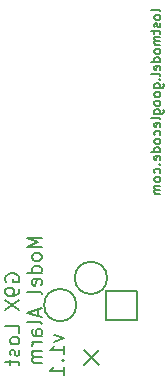
<source format=gbo>
G04 (created by PCBNEW (2013-07-24 BZR 4024)-stable) date Sat 29 Nov 2014 11:35:43 AM NZDT*
%MOIN*%
G04 Gerber Fmt 3.4, Leading zero omitted, Abs format*
%FSLAX34Y34*%
G01*
G70*
G90*
G04 APERTURE LIST*
%ADD10C,0.00590551*%
%ADD11C,0.00787402*%
G04 APERTURE END LIST*
G54D10*
X26531Y-29850D02*
X27027Y-29354D01*
X26531Y-29338D02*
X27035Y-29842D01*
X26282Y-27846D02*
G75*
G03X26282Y-27846I-538J0D01*
G74*
G01*
X27306Y-26940D02*
G75*
G03X27306Y-26940I-538J0D01*
G74*
G01*
X27287Y-27354D02*
X27279Y-27354D01*
X27287Y-28350D02*
X27287Y-27354D01*
X28295Y-28350D02*
X27287Y-28350D01*
X28295Y-27362D02*
X28295Y-28350D01*
X27279Y-27362D02*
X28295Y-27362D01*
X29084Y-18060D02*
X29069Y-18030D01*
X29039Y-18015D01*
X28769Y-18015D01*
X29084Y-18225D02*
X29069Y-18195D01*
X29054Y-18180D01*
X29024Y-18165D01*
X28934Y-18165D01*
X28904Y-18180D01*
X28889Y-18195D01*
X28874Y-18225D01*
X28874Y-18270D01*
X28889Y-18300D01*
X28904Y-18315D01*
X28934Y-18330D01*
X29024Y-18330D01*
X29054Y-18315D01*
X29069Y-18300D01*
X29084Y-18270D01*
X29084Y-18225D01*
X29069Y-18450D02*
X29084Y-18480D01*
X29084Y-18540D01*
X29069Y-18570D01*
X29039Y-18585D01*
X29024Y-18585D01*
X28994Y-18570D01*
X28979Y-18540D01*
X28979Y-18495D01*
X28964Y-18465D01*
X28934Y-18450D01*
X28919Y-18450D01*
X28889Y-18465D01*
X28874Y-18495D01*
X28874Y-18540D01*
X28889Y-18570D01*
X28874Y-18675D02*
X28874Y-18795D01*
X28769Y-18720D02*
X29039Y-18720D01*
X29069Y-18735D01*
X29084Y-18765D01*
X29084Y-18795D01*
X29084Y-18900D02*
X28874Y-18900D01*
X28904Y-18900D02*
X28889Y-18915D01*
X28874Y-18945D01*
X28874Y-18990D01*
X28889Y-19020D01*
X28919Y-19035D01*
X29084Y-19035D01*
X28919Y-19035D02*
X28889Y-19050D01*
X28874Y-19080D01*
X28874Y-19125D01*
X28889Y-19155D01*
X28919Y-19170D01*
X29084Y-19170D01*
X29084Y-19365D02*
X29069Y-19335D01*
X29054Y-19320D01*
X29024Y-19305D01*
X28934Y-19305D01*
X28904Y-19320D01*
X28889Y-19335D01*
X28874Y-19365D01*
X28874Y-19410D01*
X28889Y-19440D01*
X28904Y-19455D01*
X28934Y-19470D01*
X29024Y-19470D01*
X29054Y-19455D01*
X29069Y-19440D01*
X29084Y-19410D01*
X29084Y-19365D01*
X29084Y-19739D02*
X28769Y-19739D01*
X29069Y-19739D02*
X29084Y-19709D01*
X29084Y-19649D01*
X29069Y-19619D01*
X29054Y-19604D01*
X29024Y-19589D01*
X28934Y-19589D01*
X28904Y-19604D01*
X28889Y-19619D01*
X28874Y-19649D01*
X28874Y-19709D01*
X28889Y-19739D01*
X29069Y-20009D02*
X29084Y-19979D01*
X29084Y-19919D01*
X29069Y-19889D01*
X29039Y-19874D01*
X28919Y-19874D01*
X28889Y-19889D01*
X28874Y-19919D01*
X28874Y-19979D01*
X28889Y-20009D01*
X28919Y-20024D01*
X28949Y-20024D01*
X28979Y-19874D01*
X29084Y-20204D02*
X29069Y-20174D01*
X29039Y-20159D01*
X28769Y-20159D01*
X29054Y-20324D02*
X29069Y-20339D01*
X29084Y-20324D01*
X29069Y-20309D01*
X29054Y-20324D01*
X29084Y-20324D01*
X28874Y-20609D02*
X29129Y-20609D01*
X29159Y-20594D01*
X29174Y-20579D01*
X29189Y-20549D01*
X29189Y-20504D01*
X29174Y-20474D01*
X29069Y-20609D02*
X29084Y-20579D01*
X29084Y-20519D01*
X29069Y-20489D01*
X29054Y-20474D01*
X29024Y-20459D01*
X28934Y-20459D01*
X28904Y-20474D01*
X28889Y-20489D01*
X28874Y-20519D01*
X28874Y-20579D01*
X28889Y-20609D01*
X29084Y-20804D02*
X29069Y-20774D01*
X29054Y-20759D01*
X29024Y-20744D01*
X28934Y-20744D01*
X28904Y-20759D01*
X28889Y-20774D01*
X28874Y-20804D01*
X28874Y-20849D01*
X28889Y-20879D01*
X28904Y-20894D01*
X28934Y-20909D01*
X29024Y-20909D01*
X29054Y-20894D01*
X29069Y-20879D01*
X29084Y-20849D01*
X29084Y-20804D01*
X29084Y-21089D02*
X29069Y-21059D01*
X29054Y-21044D01*
X29024Y-21029D01*
X28934Y-21029D01*
X28904Y-21044D01*
X28889Y-21059D01*
X28874Y-21089D01*
X28874Y-21134D01*
X28889Y-21164D01*
X28904Y-21179D01*
X28934Y-21194D01*
X29024Y-21194D01*
X29054Y-21179D01*
X29069Y-21164D01*
X29084Y-21134D01*
X29084Y-21089D01*
X28874Y-21464D02*
X29129Y-21464D01*
X29159Y-21449D01*
X29174Y-21434D01*
X29189Y-21404D01*
X29189Y-21359D01*
X29174Y-21329D01*
X29069Y-21464D02*
X29084Y-21434D01*
X29084Y-21374D01*
X29069Y-21344D01*
X29054Y-21329D01*
X29024Y-21314D01*
X28934Y-21314D01*
X28904Y-21329D01*
X28889Y-21344D01*
X28874Y-21374D01*
X28874Y-21434D01*
X28889Y-21464D01*
X29084Y-21659D02*
X29069Y-21629D01*
X29039Y-21614D01*
X28769Y-21614D01*
X29069Y-21899D02*
X29084Y-21869D01*
X29084Y-21809D01*
X29069Y-21779D01*
X29039Y-21764D01*
X28919Y-21764D01*
X28889Y-21779D01*
X28874Y-21809D01*
X28874Y-21869D01*
X28889Y-21899D01*
X28919Y-21914D01*
X28949Y-21914D01*
X28979Y-21764D01*
X29069Y-22184D02*
X29084Y-22154D01*
X29084Y-22094D01*
X29069Y-22064D01*
X29054Y-22049D01*
X29024Y-22034D01*
X28934Y-22034D01*
X28904Y-22049D01*
X28889Y-22064D01*
X28874Y-22094D01*
X28874Y-22154D01*
X28889Y-22184D01*
X29084Y-22364D02*
X29069Y-22334D01*
X29054Y-22319D01*
X29024Y-22304D01*
X28934Y-22304D01*
X28904Y-22319D01*
X28889Y-22334D01*
X28874Y-22364D01*
X28874Y-22409D01*
X28889Y-22439D01*
X28904Y-22454D01*
X28934Y-22469D01*
X29024Y-22469D01*
X29054Y-22454D01*
X29069Y-22439D01*
X29084Y-22409D01*
X29084Y-22364D01*
X29084Y-22739D02*
X28769Y-22739D01*
X29069Y-22739D02*
X29084Y-22709D01*
X29084Y-22649D01*
X29069Y-22619D01*
X29054Y-22604D01*
X29024Y-22589D01*
X28934Y-22589D01*
X28904Y-22604D01*
X28889Y-22619D01*
X28874Y-22649D01*
X28874Y-22709D01*
X28889Y-22739D01*
X29069Y-23009D02*
X29084Y-22979D01*
X29084Y-22919D01*
X29069Y-22889D01*
X29039Y-22874D01*
X28919Y-22874D01*
X28889Y-22889D01*
X28874Y-22919D01*
X28874Y-22979D01*
X28889Y-23009D01*
X28919Y-23024D01*
X28949Y-23024D01*
X28979Y-22874D01*
X29054Y-23159D02*
X29069Y-23174D01*
X29084Y-23159D01*
X29069Y-23144D01*
X29054Y-23159D01*
X29084Y-23159D01*
X29069Y-23444D02*
X29084Y-23414D01*
X29084Y-23354D01*
X29069Y-23324D01*
X29054Y-23309D01*
X29024Y-23294D01*
X28934Y-23294D01*
X28904Y-23309D01*
X28889Y-23324D01*
X28874Y-23354D01*
X28874Y-23414D01*
X28889Y-23444D01*
X29084Y-23624D02*
X29069Y-23594D01*
X29054Y-23579D01*
X29024Y-23564D01*
X28934Y-23564D01*
X28904Y-23579D01*
X28889Y-23594D01*
X28874Y-23624D01*
X28874Y-23669D01*
X28889Y-23699D01*
X28904Y-23714D01*
X28934Y-23729D01*
X29024Y-23729D01*
X29054Y-23714D01*
X29069Y-23699D01*
X29084Y-23669D01*
X29084Y-23624D01*
X29084Y-23864D02*
X28874Y-23864D01*
X28904Y-23864D02*
X28889Y-23879D01*
X28874Y-23909D01*
X28874Y-23954D01*
X28889Y-23984D01*
X28919Y-23999D01*
X29084Y-23999D01*
X28919Y-23999D02*
X28889Y-24014D01*
X28874Y-24044D01*
X28874Y-24089D01*
X28889Y-24119D01*
X28919Y-24134D01*
X29084Y-24134D01*
G54D11*
X23934Y-27061D02*
X23911Y-27016D01*
X23911Y-26948D01*
X23934Y-26881D01*
X23979Y-26836D01*
X24024Y-26813D01*
X24114Y-26791D01*
X24181Y-26791D01*
X24271Y-26813D01*
X24316Y-26836D01*
X24361Y-26881D01*
X24384Y-26948D01*
X24384Y-26993D01*
X24361Y-27061D01*
X24339Y-27083D01*
X24181Y-27083D01*
X24181Y-26993D01*
X24384Y-27308D02*
X24384Y-27398D01*
X24361Y-27443D01*
X24339Y-27466D01*
X24271Y-27511D01*
X24181Y-27533D01*
X24001Y-27533D01*
X23956Y-27511D01*
X23934Y-27488D01*
X23911Y-27443D01*
X23911Y-27353D01*
X23934Y-27308D01*
X23956Y-27286D01*
X24001Y-27263D01*
X24114Y-27263D01*
X24159Y-27286D01*
X24181Y-27308D01*
X24204Y-27353D01*
X24204Y-27443D01*
X24181Y-27488D01*
X24159Y-27511D01*
X24114Y-27533D01*
X23911Y-27691D02*
X24384Y-28006D01*
X23911Y-28006D02*
X24384Y-27691D01*
X24384Y-28771D02*
X24384Y-28546D01*
X23911Y-28546D01*
X24384Y-28996D02*
X24361Y-28951D01*
X24339Y-28928D01*
X24294Y-28906D01*
X24159Y-28906D01*
X24114Y-28928D01*
X24091Y-28951D01*
X24069Y-28996D01*
X24069Y-29063D01*
X24091Y-29108D01*
X24114Y-29131D01*
X24159Y-29153D01*
X24294Y-29153D01*
X24339Y-29131D01*
X24361Y-29108D01*
X24384Y-29063D01*
X24384Y-28996D01*
X24361Y-29333D02*
X24384Y-29378D01*
X24384Y-29468D01*
X24361Y-29513D01*
X24316Y-29535D01*
X24294Y-29535D01*
X24249Y-29513D01*
X24226Y-29468D01*
X24226Y-29401D01*
X24204Y-29356D01*
X24159Y-29333D01*
X24136Y-29333D01*
X24091Y-29356D01*
X24069Y-29401D01*
X24069Y-29468D01*
X24091Y-29513D01*
X24069Y-29670D02*
X24069Y-29850D01*
X23911Y-29738D02*
X24316Y-29738D01*
X24361Y-29760D01*
X24384Y-29805D01*
X24384Y-29850D01*
X25124Y-25598D02*
X24651Y-25598D01*
X24989Y-25756D01*
X24651Y-25913D01*
X25124Y-25913D01*
X25124Y-26206D02*
X25101Y-26161D01*
X25079Y-26138D01*
X25034Y-26116D01*
X24899Y-26116D01*
X24854Y-26138D01*
X24831Y-26161D01*
X24809Y-26206D01*
X24809Y-26273D01*
X24831Y-26318D01*
X24854Y-26341D01*
X24899Y-26363D01*
X25034Y-26363D01*
X25079Y-26341D01*
X25101Y-26318D01*
X25124Y-26273D01*
X25124Y-26206D01*
X25124Y-26768D02*
X24651Y-26768D01*
X25101Y-26768D02*
X25124Y-26723D01*
X25124Y-26633D01*
X25101Y-26588D01*
X25079Y-26566D01*
X25034Y-26543D01*
X24899Y-26543D01*
X24854Y-26566D01*
X24831Y-26588D01*
X24809Y-26633D01*
X24809Y-26723D01*
X24831Y-26768D01*
X25101Y-27173D02*
X25124Y-27128D01*
X25124Y-27038D01*
X25101Y-26993D01*
X25056Y-26971D01*
X24876Y-26971D01*
X24831Y-26993D01*
X24809Y-27038D01*
X24809Y-27128D01*
X24831Y-27173D01*
X24876Y-27196D01*
X24921Y-27196D01*
X24966Y-26971D01*
X25124Y-27466D02*
X25101Y-27421D01*
X25056Y-27398D01*
X24651Y-27398D01*
X24989Y-27983D02*
X24989Y-28208D01*
X25124Y-27938D02*
X24651Y-28096D01*
X25124Y-28253D01*
X25124Y-28478D02*
X25101Y-28433D01*
X25056Y-28411D01*
X24651Y-28411D01*
X25124Y-28861D02*
X24876Y-28861D01*
X24831Y-28838D01*
X24809Y-28793D01*
X24809Y-28703D01*
X24831Y-28658D01*
X25101Y-28861D02*
X25124Y-28816D01*
X25124Y-28703D01*
X25101Y-28658D01*
X25056Y-28636D01*
X25011Y-28636D01*
X24966Y-28658D01*
X24944Y-28703D01*
X24944Y-28816D01*
X24921Y-28861D01*
X25124Y-29086D02*
X24809Y-29086D01*
X24899Y-29086D02*
X24854Y-29108D01*
X24831Y-29131D01*
X24809Y-29176D01*
X24809Y-29221D01*
X25124Y-29378D02*
X24809Y-29378D01*
X24854Y-29378D02*
X24831Y-29401D01*
X24809Y-29446D01*
X24809Y-29513D01*
X24831Y-29558D01*
X24876Y-29580D01*
X25124Y-29580D01*
X24876Y-29580D02*
X24831Y-29603D01*
X24809Y-29648D01*
X24809Y-29715D01*
X24831Y-29760D01*
X24876Y-29783D01*
X25124Y-29783D01*
X25549Y-28838D02*
X25864Y-28951D01*
X25549Y-29063D01*
X25864Y-29491D02*
X25864Y-29221D01*
X25864Y-29356D02*
X25392Y-29356D01*
X25459Y-29311D01*
X25504Y-29266D01*
X25526Y-29221D01*
X25819Y-29693D02*
X25841Y-29715D01*
X25864Y-29693D01*
X25841Y-29670D01*
X25819Y-29693D01*
X25864Y-29693D01*
X25864Y-30165D02*
X25864Y-29895D01*
X25864Y-30030D02*
X25392Y-30030D01*
X25459Y-29985D01*
X25504Y-29940D01*
X25526Y-29895D01*
M02*

</source>
